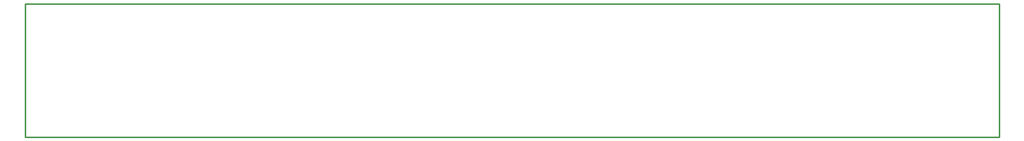
<source format=gm1>
G04*
G04 #@! TF.GenerationSoftware,Altium Limited,Altium Designer,21.2.2 (38)*
G04*
G04 Layer_Color=16711935*
%FSLAX25Y25*%
%MOIN*%
G70*
G04*
G04 #@! TF.SameCoordinates,68047672-1E7F-4675-B640-9537CBAF5E22*
G04*
G04*
G04 #@! TF.FilePolarity,Positive*
G04*
G01*
G75*
%ADD15C,0.01000*%
D15*
X53843Y100000D02*
X723134D01*
X53843Y191500D02*
X723134D01*
Y100000D02*
Y191500D01*
X53843Y100000D02*
Y191500D01*
M02*

</source>
